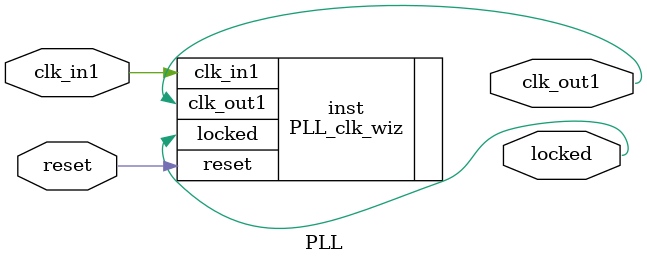
<source format=v>


`timescale 1ps/1ps

(* CORE_GENERATION_INFO = "PLL,clk_wiz_v6_0_9_0_0,{component_name=PLL,use_phase_alignment=true,use_min_o_jitter=false,use_max_i_jitter=false,use_dyn_phase_shift=false,use_inclk_switchover=false,use_dyn_reconfig=false,enable_axi=0,feedback_source=FDBK_AUTO,PRIMITIVE=MMCM,num_out_clk=1,clkin1_period=20.000,clkin2_period=10.0,use_power_down=false,use_reset=true,use_locked=true,use_inclk_stopped=false,feedback_type=SINGLE,CLOCK_MGR_TYPE=NA,manual_override=false}" *)

module PLL 
 (
  // Clock out ports
  output        clk_out1,
  // Status and control signals
  input         reset,
  output        locked,
 // Clock in ports
  input         clk_in1
 );

  PLL_clk_wiz inst
  (
  // Clock out ports  
  .clk_out1(clk_out1),
  // Status and control signals               
  .reset(reset), 
  .locked(locked),
 // Clock in ports
  .clk_in1(clk_in1)
  );

endmodule

</source>
